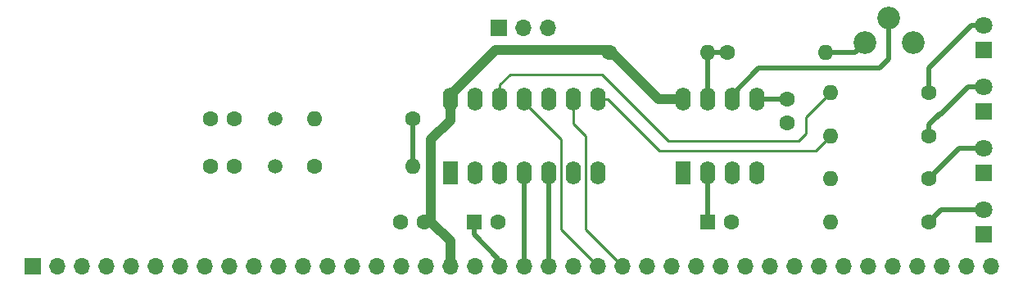
<source format=gbr>
G04 #@! TF.GenerationSoftware,KiCad,Pcbnew,(5.1.2)-2*
G04 #@! TF.CreationDate,2021-09-18T22:48:39+02:00*
G04 #@! TF.ProjectId,aZ80_Clock,615a3830-5f43-46c6-9f63-6b2e6b696361,rev?*
G04 #@! TF.SameCoordinates,Original*
G04 #@! TF.FileFunction,Copper,L1,Top*
G04 #@! TF.FilePolarity,Positive*
%FSLAX46Y46*%
G04 Gerber Fmt 4.6, Leading zero omitted, Abs format (unit mm)*
G04 Created by KiCad (PCBNEW (5.1.2)-2) date 2021-09-18 22:48:39*
%MOMM*%
%LPD*%
G04 APERTURE LIST*
%ADD10C,1.600000*%
%ADD11R,1.600000X1.600000*%
%ADD12C,2.340000*%
%ADD13O,1.600000X2.400000*%
%ADD14R,1.600000X2.400000*%
%ADD15O,1.600000X1.600000*%
%ADD16O,1.700000X1.700000*%
%ADD17R,1.700000X1.700000*%
%ADD18C,1.500000*%
%ADD19C,1.800000*%
%ADD20R,1.800000X1.800000*%
%ADD21C,0.500000*%
%ADD22C,0.250000*%
%ADD23C,1.000000*%
G04 APERTURE END LIST*
D10*
X137120000Y-105410000D03*
D11*
X134620000Y-105410000D03*
D10*
X161250000Y-105410000D03*
D11*
X158750000Y-105410000D03*
D12*
X175006000Y-86868000D03*
X177506000Y-84368000D03*
X180006000Y-86868000D03*
D10*
X127000000Y-105410000D03*
X129500000Y-105410000D03*
D13*
X156210000Y-92710000D03*
X163830000Y-100330000D03*
X158750000Y-92710000D03*
X161290000Y-100330000D03*
X161290000Y-92710000D03*
X158750000Y-100330000D03*
X163830000Y-92710000D03*
D14*
X156210000Y-100330000D03*
D15*
X171450000Y-92075000D03*
D10*
X181610000Y-92075000D03*
D15*
X171450000Y-96520000D03*
D10*
X181610000Y-96520000D03*
D16*
X142240000Y-85344000D03*
X139700000Y-85344000D03*
D17*
X137160000Y-85344000D03*
D10*
X107355000Y-99695000D03*
X109855000Y-99695000D03*
D18*
X114046000Y-99695000D03*
X114046000Y-94815000D03*
D15*
X170942000Y-87884000D03*
D10*
X160782000Y-87884000D03*
D15*
X171450000Y-105410000D03*
D10*
X181610000Y-105410000D03*
D13*
X132197103Y-92710000D03*
X147437103Y-100330000D03*
X134737103Y-92710000D03*
X144897103Y-100330000D03*
X137277103Y-92710000D03*
X142357103Y-100330000D03*
X139817103Y-92710000D03*
X139817103Y-100330000D03*
X142357103Y-92710000D03*
X137277103Y-100330000D03*
X144897103Y-92710000D03*
X134737103Y-100330000D03*
X147437103Y-92710000D03*
D14*
X132197103Y-100330000D03*
D15*
X171450000Y-100965000D03*
D10*
X181610000Y-100965000D03*
D15*
X158750000Y-87884000D03*
D10*
X148590000Y-87884000D03*
D15*
X128270000Y-99695000D03*
D10*
X118110000Y-99695000D03*
D15*
X118110000Y-94811526D03*
D10*
X128270000Y-94811526D03*
D19*
X187325000Y-85090000D03*
D20*
X187325000Y-87630000D03*
D19*
X187325000Y-91440000D03*
D20*
X187325000Y-93980000D03*
D19*
X187325000Y-97790000D03*
D20*
X187325000Y-100330000D03*
D19*
X187325000Y-104140000D03*
D20*
X187325000Y-106680000D03*
D10*
X107355000Y-94815000D03*
X109855000Y-94815000D03*
X167005000Y-95210000D03*
X167005000Y-92710000D03*
D16*
X188060000Y-110000000D03*
X185520000Y-110000000D03*
X182980000Y-110000000D03*
X180440000Y-110000000D03*
X177900000Y-110000000D03*
X175360000Y-110000000D03*
X172820000Y-110000000D03*
X170280000Y-110000000D03*
X167740000Y-110000000D03*
X165200000Y-110000000D03*
X162660000Y-110000000D03*
X160120000Y-110000000D03*
X157580000Y-110000000D03*
X155040000Y-110000000D03*
X152500000Y-110000000D03*
X149960000Y-110000000D03*
X147420000Y-110000000D03*
X144880000Y-110000000D03*
X142340000Y-110000000D03*
X139800000Y-110000000D03*
X137260000Y-110000000D03*
X134720000Y-110000000D03*
X132180000Y-110000000D03*
X129640000Y-110000000D03*
X127100000Y-110000000D03*
X124560000Y-110000000D03*
X122020000Y-110000000D03*
X119480000Y-110000000D03*
X116940000Y-110000000D03*
X114400000Y-110000000D03*
X111860000Y-110000000D03*
X109320000Y-110000000D03*
X106780000Y-110000000D03*
X104240000Y-110000000D03*
X101700000Y-110000000D03*
X99160000Y-110000000D03*
X96620000Y-110000000D03*
X94080000Y-110000000D03*
X91540000Y-110000000D03*
D17*
X89000000Y-110000000D03*
D21*
X182980000Y-109450000D02*
X182980000Y-110000000D01*
D22*
X144897103Y-93110000D02*
X144897103Y-92710000D01*
X144897103Y-92710000D02*
X144897103Y-95252663D01*
X144897103Y-95252663D02*
X146170783Y-96526343D01*
X146170783Y-106210783D02*
X149960000Y-110000000D01*
X146170783Y-96526343D02*
X146170783Y-106210783D01*
X143624630Y-106204630D02*
X147420000Y-110000000D01*
X143624630Y-96917527D02*
X143624630Y-106204630D01*
X139817103Y-92710000D02*
X139817103Y-93110000D01*
X139817103Y-93110000D02*
X143624630Y-96917527D01*
D21*
X139800000Y-100347103D02*
X139817103Y-100330000D01*
X139800000Y-110000000D02*
X139800000Y-100347103D01*
X137120000Y-109860000D02*
X137260000Y-110000000D01*
X134620000Y-106710000D02*
X137130000Y-109220000D01*
X134620000Y-105410000D02*
X134620000Y-106710000D01*
X137130000Y-109870000D02*
X137260000Y-110000000D01*
X137130000Y-109220000D02*
X137130000Y-109870000D01*
D23*
X132197103Y-94910000D02*
X130175000Y-96932103D01*
X132197103Y-92710000D02*
X132197103Y-94910000D01*
X130175000Y-96932103D02*
X130175000Y-105410000D01*
X132180000Y-107415000D02*
X132180000Y-110000000D01*
X130175000Y-105410000D02*
X132180000Y-107415000D01*
X147458630Y-87630000D02*
X148590000Y-87630000D01*
X132197103Y-92310000D02*
X136877103Y-87630000D01*
X132197103Y-92710000D02*
X132197103Y-92310000D01*
X153670000Y-92710000D02*
X156210000Y-92710000D01*
X148590000Y-87630000D02*
X153670000Y-92710000D01*
D21*
X148590000Y-87630000D02*
X148590000Y-87376000D01*
D23*
X136877103Y-87630000D02*
X147458630Y-87630000D01*
D22*
X137260000Y-105550000D02*
X137120000Y-105410000D01*
D21*
X142340000Y-100347103D02*
X142357103Y-100330000D01*
X142340000Y-110000000D02*
X142340000Y-100347103D01*
X158790000Y-100370000D02*
X158750000Y-100330000D01*
X161290000Y-92310000D02*
X161290000Y-92710000D01*
X158750000Y-100330000D02*
X158750000Y-105410000D01*
X161290000Y-92310000D02*
X164065000Y-89535000D01*
X164065000Y-89535000D02*
X176530000Y-89535000D01*
X177506000Y-88559000D02*
X177506000Y-84368000D01*
X176530000Y-89535000D02*
X177506000Y-88559000D01*
X163830000Y-92710000D02*
X167005000Y-92710000D01*
X182880000Y-104140000D02*
X181610000Y-105410000D01*
X187325000Y-104140000D02*
X182880000Y-104140000D01*
X184785000Y-97790000D02*
X181610000Y-100965000D01*
X187325000Y-97790000D02*
X184785000Y-97790000D01*
X185674000Y-91440000D02*
X187325000Y-91440000D01*
X182764630Y-94234000D02*
X182880000Y-94234000D01*
X181610000Y-95388630D02*
X182764630Y-94234000D01*
X181610000Y-96520000D02*
X181610000Y-95388630D01*
X182409999Y-94704001D02*
X182880000Y-94234000D01*
X182880000Y-94234000D02*
X185674000Y-91440000D01*
X181610000Y-90943630D02*
X181610000Y-92075000D01*
X181610000Y-89532208D02*
X181610000Y-90943630D01*
X186052208Y-85090000D02*
X181610000Y-89532208D01*
X187325000Y-85090000D02*
X186052208Y-85090000D01*
X173990000Y-87884000D02*
X175006000Y-86868000D01*
X170942000Y-87884000D02*
X173990000Y-87884000D01*
X128270000Y-99695000D02*
X128270000Y-94811526D01*
X158750000Y-87884000D02*
X158750000Y-92710000D01*
X158750000Y-87884000D02*
X160782000Y-87884000D01*
D22*
X148487103Y-92710000D02*
X153821103Y-98044000D01*
X147437103Y-92710000D02*
X148487103Y-92710000D01*
X169926000Y-98044000D02*
X171450000Y-96520000D01*
X153821103Y-98044000D02*
X169926000Y-98044000D01*
X137277103Y-91260000D02*
X138367103Y-90170000D01*
X137277103Y-92710000D02*
X137277103Y-91260000D01*
X138367103Y-90170000D02*
X147828000Y-90170000D01*
X147828000Y-90170000D02*
X154686000Y-97028000D01*
X154686000Y-97028000D02*
X168148000Y-97028000D01*
X168148000Y-97028000D02*
X168910000Y-96266000D01*
X168910000Y-94615000D02*
X171450000Y-92075000D01*
X168910000Y-96266000D02*
X168910000Y-94615000D01*
M02*

</source>
